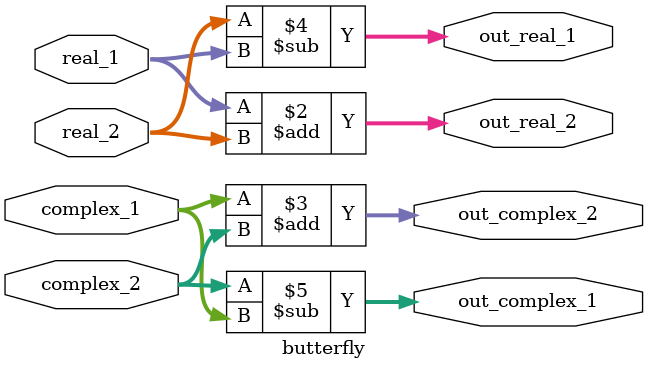
<source format=sv>

module butterfly(
input wire signed [15:0] real_1,
input wire signed [15:0] complex_1,
input wire signed [15:0] real_2,
input wire signed [15:0] complex_2,
output reg signed [15:0] out_real_1,
output reg signed [15:0] out_complex_1,
output reg signed [15:0] out_real_2,
output reg signed [15:0] out_complex_2
);

always_comb
begin
	out_real_2 = real_1 + real_2;
	out_complex_2 = complex_1 + complex_2;
	out_real_1 = real_2 - real_1;
	out_complex_1 = complex_2 - complex_1;
end

endmodule

</source>
